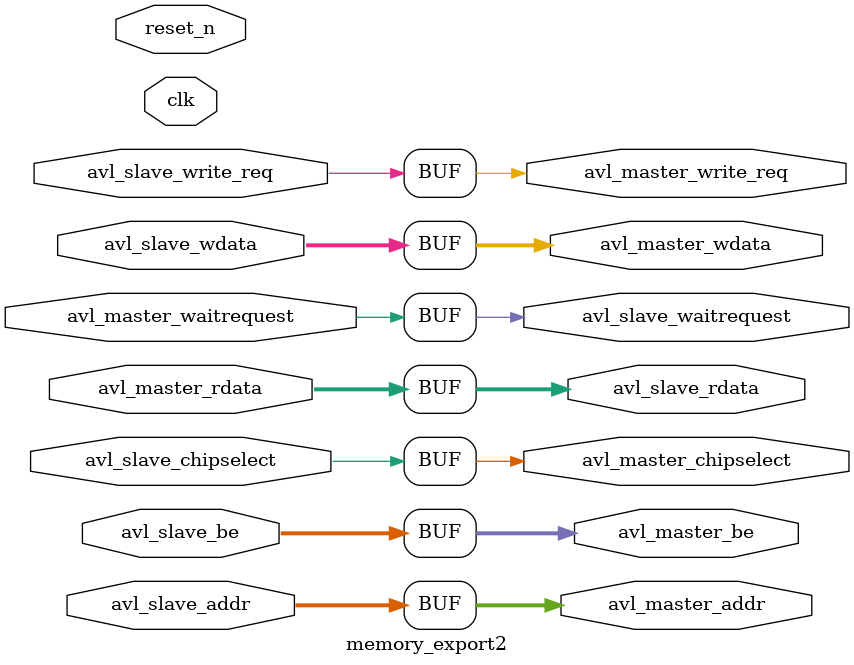
<source format=v>
module memory_export2 (
	
	clk,
	reset_n,
	
	avl_master_chipselect,
	avl_master_addr,
	avl_master_rdata,
	avl_master_wdata,
	avl_master_be,
	avl_master_write_req,
	avl_master_waitrequest,

	avl_slave_chipselect,
	avl_slave_addr,
	avl_slave_rdata,
	avl_slave_wdata,
	avl_slave_be,
	avl_slave_write_req,
	avl_slave_waitrequest
);

	// Parameters
	parameter ADDR_WIDTH   = 64;
	parameter DATA_WIDTH_M = 64;
	parameter BE_WIDTH_M	  = 8;
	parameter DATA_WIDTH_S = 64;
	parameter BE_WIDTH_S	  = 8;
	
	// Clock and reset
	input               clk;
	input               reset_n;

	// Master interface
	output               			avl_master_chipselect;                 //              avl.waitrequest_n
	output [ADDR_WIDTH-1:0]    avl_master_addr;                  //                 .address
	input  [DATA_WIDTH_M-1:0]  avl_master_rdata;                 //                 .readdata
	output [DATA_WIDTH_M-1:0]  avl_master_wdata;                 //                 .writedata
	output [BE_WIDTH_M-1:0]    avl_master_be;                    //                 .byteenable
	output              			avl_master_write_req;             //                 .write
	input						avl_master_waitrequest;
	
	// Slave Interface
	input             			avl_slave_chipselect;                  //              avl.waitrequest_n
	input  [ADDR_WIDTH-1:0]    avl_slave_addr;                  //                 .address
	output [DATA_WIDTH_S-1:0]  avl_slave_rdata;                 //                 .readdata
	input  [DATA_WIDTH_S-1:0]  avl_slave_wdata;                 //                 .writedata
	input  [BE_WIDTH_S-1:0]    avl_slave_be;                    //                 .byteenable
	input              			avl_slave_write_req;             //                 .write
	output						avl_slave_waitrequest;

assign avl_master_chipselect = avl_slave_chipselect;
assign avl_master_addr = avl_slave_addr;
assign avl_slave_waitrequest = avl_master_waitrequest;

generate if (DATA_WIDTH_S < DATA_WIDTH_M) begin
		assign avl_slave_rdata = avl_master_rdata[DATA_WIDTH_S-1:0];
		assign avl_master_wdata = {{DATA_WIDTH_M-DATA_WIDTH_S{1'b0}}, avl_slave_wdata};
		assign avl_master_be = {{BE_WIDTH_M-BE_WIDTH_S{1'b0}}, avl_slave_be};
	end
	else begin
		assign avl_slave_rdata = {{DATA_WIDTH_S-DATA_WIDTH_M{1'b0}}, avl_master_rdata};
		assign avl_master_wdata = avl_slave_wdata[DATA_WIDTH_M-1:0];
		assign avl_master_be = avl_slave_be[BE_WIDTH_M-1:0];
	end
endgenerate

assign avl_master_write_req = avl_slave_write_req;

endmodule

</source>
